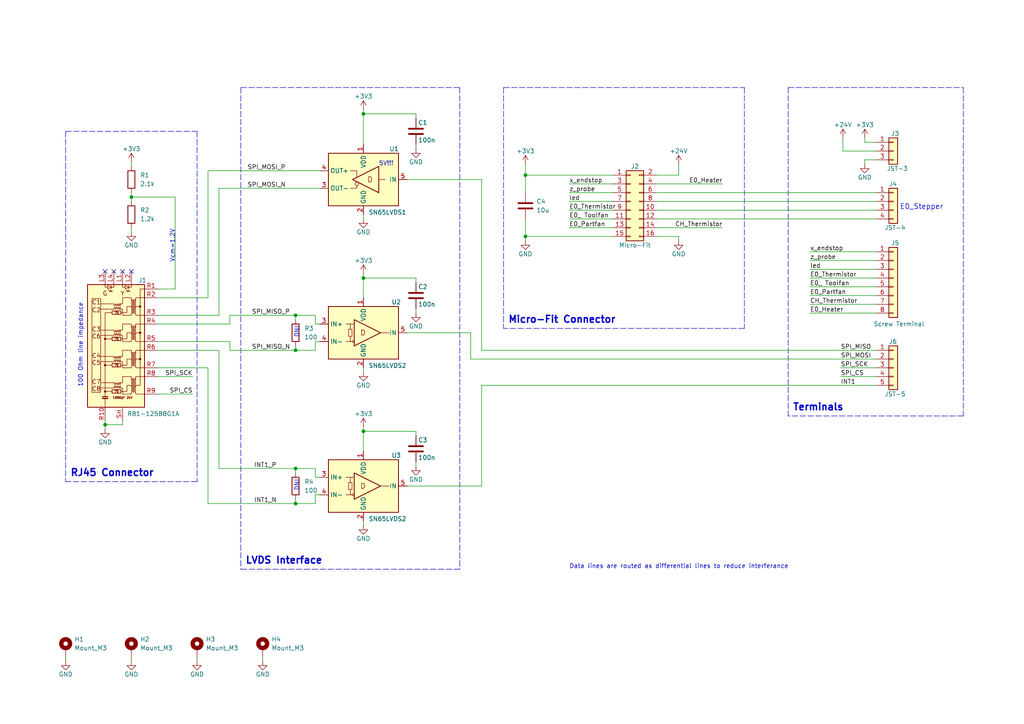
<source format=kicad_sch>
(kicad_sch (version 20211123) (generator eeschema)
  (paper "A4")
  (title_block (title "BLV Toolheat Interface Board") (date "2022-07-17") (rev "0.1") (company "https://github.com/Battosai42/CraftbotPlus_Upgrade"))
  (lib_symbols
    (symbol "Connector:RB1-125B8G1A" (pin_names hide)
      (property "Reference" "J" (at -7.62 20.32 0))
      (property "Value" "RB1-125B8G1A" (at 15.24 20.32 0))
      (symbol "RB1-125B8G1A_0_0"
        (polyline (pts (xy -0.508 -11.938) (xy -2.54 -11.938)))
        (polyline (pts (xy 0 -10.922) (xy -3.81 -10.922)))
        (polyline (pts (xy 0 -9.398) (xy -3.81 -9.398)))
        (polyline (pts (xy 0 -3.302) (xy -3.81 -3.302)))
        (polyline (pts (xy 0 -1.778) (xy -3.81 -1.778)))
        (polyline (pts (xy 0 4.318) (xy -3.81 4.318)))
        (polyline (pts (xy 0 5.842) (xy -3.81 5.842)))
        (polyline (pts (xy 0 11.938) (xy -3.81 11.938)))
        (polyline (pts (xy 0 13.462) (xy -3.81 13.462)))
        (polyline (pts (xy 6.35 5.08) (xy 7.62 5.08)))
        (polyline (pts (xy 7.62 -2.54) (xy 6.35 -2.54)))
        (polyline (pts (xy 7.62 12.7) (xy 6.35 12.7)))
        (polyline (pts (xy 2.032 -11.938) (xy 3.81 -11.938) (xy 3.81 -10.16) (xy 5.08 -10.16)))
        (polyline (pts (xy 2.032 -4.318) (xy 3.81 -4.318) (xy 3.81 -2.54) (xy 5.08 -2.54)))
        (polyline (pts (xy 2.032 3.302) (xy 3.81 3.302) (xy 3.81 5.08) (xy 5.08 5.08)))
        (polyline (pts (xy 2.032 10.922) (xy 3.81 10.922) (xy 3.81 12.7) (xy 5.08 12.7)))
        (text "1000pF 2kV" (at 2.54 -13.716 0) (effects (font (size 0.635 0.635))))
        (text "75" (at 0.762 -11.938 0) (effects (font (size 0.635 0.635))))
        (text "75" (at 0.762 -4.318 0) (effects (font (size 0.635 0.635))))
        (text "75" (at 0.762 3.302 0) (effects (font (size 0.635 0.635))))
        (text "75" (at 0.762 10.922 0) (effects (font (size 0.635 0.635))))
        (text "C1" (at -5.08 13.97 0) (effects (font (size 1.27 1.27))))
        (text "C2" (at -5.08 11.684 0) (effects (font (size 1.27 1.27))))
        (text "C3" (at -5.08 6.096 0) (effects (font (size 1.27 1.27))))
        (text "C4" (at -5.08 -1.524 0) (effects (font (size 1.27 1.27))))
        (text "C5" (at -5.08 -3.556 0) (effects (font (size 1.27 1.27))))
        (text "C6" (at -5.08 4.064 0) (effects (font (size 1.27 1.27))))
        (text "C7" (at -5.08 -9.144 0) (effects (font (size 1.27 1.27))))
        (text "C8" (at -5.08 -11.176 0) (effects (font (size 1.27 1.27))))
        (text "G" (at -2.54 16.51 0) (effects (font (size 1.27 1.27))))
        (text "Y" (at 2.54 16.51 0) (effects (font (size 1.27 1.27))))
      )
      (symbol "RB1-125B8G1A_0_1"
        (rectangle (start -3.81 -12.192) (end -6.35 14.986))
        (circle (center -2.54 -11.938) (radius 0.254) (fill (type outline)))
        (circle (center -2.54 -4.318) (radius 0.254) (fill (type outline)))
        (circle (center -2.54 3.302) (radius 0.254) (fill (type outline)))
        (rectangle (start -0.508 -12.446) (end 2.032 -11.43) (stroke (width 0.2032)))
        (rectangle (start -0.508 -4.826) (end 2.032 -3.81) (stroke (width 0.2032)))
        (rectangle (start -0.508 2.794) (end 2.032 3.81) (stroke (width 0.2032)))
        (rectangle (start -0.508 10.414) (end 2.032 11.43) (stroke (width 0.2032)))
        (arc (start 0 -9.398) (mid 0.254 -9.652) (end 0.508 -9.398))
        (arc (start 0 -1.778) (mid 0.254 -2.032) (end 0.508 -1.778))
        (polyline (pts (xy -3.302 -13.97) (xy -1.778 -13.97)) (stroke (width 0.3302)))
        (polyline (pts (xy -3.302 -13.462) (xy -1.778 -13.462)) (stroke (width 0.3048)))
        (polyline (pts (xy -2.54 -16.51) (xy -2.54 -13.97)))
        (polyline (pts (xy -2.54 3.302) (xy -0.508 3.302)))
        (polyline (pts (xy -1.016 17.018) (xy -1.524 17.526)))
        (polyline (pts (xy -0.762 18.796) (xy -0.762 17.78)))
        (polyline (pts (xy -0.508 -4.318) (xy -2.54 -4.318)))
        (polyline (pts (xy -0.508 17.018) (xy -1.016 17.526)))
        (polyline (pts (xy 0 -10.414) (xy 2.032 -10.414)))
        (polyline (pts (xy 0 -2.794) (xy 2.032 -2.794)))
        (polyline (pts (xy 0 4.826) (xy 2.032 4.826)))
        (polyline (pts (xy 0 12.446) (xy 2.032 12.446)))
        (polyline (pts (xy 2.032 -9.906) (xy 0 -9.906)))
        (polyline (pts (xy 2.032 -2.286) (xy 0 -2.286)))
        (polyline (pts (xy 2.032 5.334) (xy 0 5.334)))
        (polyline (pts (xy 2.032 12.954) (xy 0 12.954)))
        (polyline (pts (xy 4.064 17.018) (xy 3.556 17.526)))
        (polyline (pts (xy 4.318 18.796) (xy 4.318 17.78)))
        (polyline (pts (xy 4.572 17.018) (xy 4.064 17.526)))
        (polyline (pts (xy 5.588 -8.128) (xy 5.588 -12.192)))
        (polyline (pts (xy 5.588 -0.508) (xy 5.588 -4.572)))
        (polyline (pts (xy 5.588 7.112) (xy 5.588 3.048)))
        (polyline (pts (xy 5.588 14.732) (xy 5.588 10.668)))
        (polyline (pts (xy 5.842 -12.192) (xy 5.842 -8.128)))
        (polyline (pts (xy 5.842 -4.572) (xy 5.842 -0.508)))
        (polyline (pts (xy 5.842 3.048) (xy 5.842 7.112)))
        (polyline (pts (xy 5.842 10.668) (xy 5.842 14.732)))
        (polyline (pts (xy -2.54 -13.462) (xy -2.54 10.922) (xy -0.508 10.922)))
        (polyline (pts (xy -2.54 19.05) (xy -2.54 18.288) (xy -1.778 18.288)))
        (polyline (pts (xy -1.016 17.272) (xy -1.016 17.018) (xy -1.27 17.018)))
        (polyline (pts (xy -0.508 17.272) (xy -0.508 17.018) (xy -0.762 17.018)))
        (polyline (pts (xy 0 19.05) (xy 0 18.288) (xy -0.762 18.288)))
        (polyline (pts (xy 2.54 19.05) (xy 2.54 18.288) (xy 3.302 18.288)))
        (polyline (pts (xy 4.064 17.272) (xy 4.064 17.018) (xy 3.81 17.018)))
        (polyline (pts (xy 4.572 17.272) (xy 4.572 17.018) (xy 4.318 17.018)))
        (polyline (pts (xy 5.08 19.05) (xy 5.08 18.288) (xy 4.318 18.288)))
        (polyline (pts (xy 6.35 -12.192) (xy 6.35 -12.7) (xy 8.89 -12.7)))
        (polyline (pts (xy 6.35 -8.128) (xy 6.35 -7.62) (xy 8.89 -7.62)))
        (polyline (pts (xy 6.35 -4.572) (xy 6.35 -5.08) (xy 8.89 -5.08)))
        (polyline (pts (xy 6.35 -0.508) (xy 6.35 0) (xy 8.89 0)))
        (polyline (pts (xy 6.35 3.048) (xy 6.35 2.54) (xy 8.89 2.54)))
        (polyline (pts (xy 6.35 7.112) (xy 6.35 7.62) (xy 8.89 7.62)))
        (polyline (pts (xy 6.35 10.668) (xy 6.35 10.16) (xy 8.89 10.16)))
        (polyline (pts (xy 6.35 14.732) (xy 6.35 15.24) (xy 8.89 15.24)))
        (polyline (pts (xy -0.762 18.288) (xy -1.778 18.796) (xy -1.778 17.78) (xy -0.762 18.288)))
        (polyline (pts (xy 4.318 18.288) (xy 3.302 18.796) (xy 3.302 17.78) (xy 4.318 18.288)))
        (polyline (pts (xy 8.89 17.78) (xy 7.62 17.78) (xy 7.62 -10.16) (xy 6.35 -10.16)))
        (polyline (pts (xy 2.032 -9.398) (xy 2.54 -9.398) (xy 2.54 -7.62) (xy 5.08 -7.62) (xy 5.08 -8.128)))
        (polyline (pts (xy 2.032 -1.778) (xy 2.54 -1.778) (xy 2.54 0) (xy 5.08 0) (xy 5.08 -0.508)))
        (polyline (pts (xy 2.032 5.842) (xy 2.54 5.842) (xy 2.54 7.62) (xy 5.08 7.62) (xy 5.08 7.112)))
        (polyline (pts (xy 2.032 13.462) (xy 2.54 13.462) (xy 2.54 15.24) (xy 5.08 15.24) (xy 5.08 14.732)))
        (polyline (pts (xy 5.08 -12.192) (xy 5.08 -12.7) (xy 2.54 -12.7) (xy 2.54 -10.922) (xy 2.032 -10.922)))
        (polyline (pts (xy 5.08 -4.572) (xy 5.08 -5.08) (xy 2.54 -5.08) (xy 2.54 -3.302) (xy 2.032 -3.302)))
        (polyline (pts (xy 5.08 3.048) (xy 5.08 2.54) (xy 2.54 2.54) (xy 2.54 4.318) (xy 2.032 4.318)))
        (polyline (pts (xy 5.08 10.668) (xy 5.08 10.16) (xy 2.54 10.16) (xy 2.54 11.938) (xy 2.032 11.938)))
        (arc (start 0 5.842) (mid 0.254 5.588) (end 0.508 5.842))
        (arc (start 0 13.462) (mid 0.254 13.208) (end 0.508 13.462))
        (arc (start 0.508 -10.922) (mid 0.254 -10.668) (end 0 -10.922))
        (arc (start 0.508 -9.398) (mid 0.762 -9.652) (end 1.016 -9.398))
        (arc (start 0.508 -3.302) (mid 0.254 -3.048) (end 0 -3.302))
        (arc (start 0.508 -1.778) (mid 0.762 -2.032) (end 1.016 -1.778))
        (arc (start 0.508 4.318) (mid 0.254 4.572) (end 0 4.318))
        (arc (start 0.508 5.842) (mid 0.762 5.588) (end 1.016 5.842))
        (arc (start 0.508 11.938) (mid 0.254 12.192) (end 0 11.938))
        (arc (start 0.508 13.462) (mid 0.762 13.208) (end 1.016 13.462))
        (arc (start 1.016 -10.922) (mid 0.762 -10.668) (end 0.508 -10.922))
        (arc (start 1.016 -9.398) (mid 1.27 -9.652) (end 1.524 -9.398))
        (arc (start 1.016 -3.302) (mid 0.762 -3.048) (end 0.508 -3.302))
        (arc (start 1.016 -1.778) (mid 1.27 -2.032) (end 1.524 -1.778))
        (arc (start 1.016 4.318) (mid 0.762 4.572) (end 0.508 4.318))
        (arc (start 1.016 5.842) (mid 1.27 5.588) (end 1.524 5.842))
        (arc (start 1.016 11.938) (mid 0.762 12.192) (end 0.508 11.938))
        (arc (start 1.016 13.462) (mid 1.27 13.208) (end 1.524 13.462))
        (arc (start 1.524 -10.922) (mid 1.27 -10.668) (end 1.016 -10.922))
        (arc (start 1.524 -9.398) (mid 1.778 -9.652) (end 2.032 -9.398))
        (arc (start 1.524 -3.302) (mid 1.27 -3.048) (end 1.016 -3.302))
        (arc (start 1.524 -1.778) (mid 1.778 -2.032) (end 2.032 -1.778))
        (arc (start 1.524 4.318) (mid 1.27 4.572) (end 1.016 4.318))
        (arc (start 1.524 5.842) (mid 1.778 5.588) (end 2.032 5.842))
        (arc (start 1.524 11.938) (mid 1.27 12.192) (end 1.016 11.938))
        (arc (start 1.524 13.462) (mid 1.778 13.208) (end 2.032 13.462))
        (circle (center 1.778 -10.9474) (radius 0.0762) (stroke (width 0.0254)) (fill (type outline)))
        (circle (center 1.778 -9.3726) (radius 0.0762) (stroke (width 0.0254)) (fill (type outline)))
        (circle (center 1.778 -3.3274) (radius 0.0762) (stroke (width 0.0254)) (fill (type outline)))
        (circle (center 1.778 -1.7526) (radius 0.0762) (stroke (width 0.0254)) (fill (type outline)))
        (circle (center 1.778 4.2926) (radius 0.0762) (stroke (width 0.0254)) (fill (type outline)))
        (circle (center 1.778 5.8674) (radius 0.0762) (stroke (width 0.0254)) (fill (type outline)))
        (circle (center 1.778 11.9126) (radius 0.0762) (stroke (width 0.0254)) (fill (type outline)))
        (circle (center 1.778 13.4874) (radius 0.0762) (stroke (width 0.0254)) (fill (type outline)))
        (arc (start 2.032 -10.922) (mid 1.778 -10.668) (end 1.524 -10.922))
        (arc (start 2.032 -3.302) (mid 1.778 -3.048) (end 1.524 -3.302))
        (arc (start 2.032 4.318) (mid 1.778 4.572) (end 1.524 4.318))
        (arc (start 2.032 11.938) (mid 1.778 12.192) (end 1.524 11.938))
        (circle (center 5.0546 -10.414) (radius 0.0762) (stroke (width 0.0254)) (fill (type outline)))
        (circle (center 5.0546 -8.382) (radius 0.0762) (stroke (width 0.0254)) (fill (type outline)))
        (circle (center 5.0546 -2.794) (radius 0.0762) (stroke (width 0.0254)) (fill (type outline)))
        (circle (center 5.0546 -0.762) (radius 0.0762) (stroke (width 0.0254)) (fill (type outline)))
        (circle (center 5.0546 4.826) (radius 0.0762) (stroke (width 0.0254)) (fill (type outline)))
        (circle (center 5.0546 6.858) (radius 0.0762) (stroke (width 0.0254)) (fill (type outline)))
        (circle (center 5.0546 12.446) (radius 0.0762) (stroke (width 0.0254)) (fill (type outline)))
        (circle (center 5.0546 14.478) (radius 0.0762) (stroke (width 0.0254)) (fill (type outline)))
        (arc (start 5.08 -12.192) (mid 5.334 -11.938) (end 5.08 -11.684))
        (arc (start 5.08 -11.684) (mid 5.334 -11.43) (end 5.08 -11.176))
        (arc (start 5.08 -11.176) (mid 5.334 -10.922) (end 5.08 -10.668))
        (arc (start 5.08 -10.668) (mid 5.334 -10.414) (end 5.08 -10.16))
        (arc (start 5.08 -10.16) (mid 5.334 -9.906) (end 5.08 -9.652))
        (arc (start 5.08 -9.652) (mid 5.334 -9.398) (end 5.08 -9.144))
        (arc (start 5.08 -9.144) (mid 5.334 -8.89) (end 5.08 -8.636))
        (arc (start 5.08 -8.636) (mid 5.334 -8.382) (end 5.08 -8.128))
        (arc (start 5.08 -4.572) (mid 5.334 -4.318) (end 5.08 -4.064))
        (arc (start 5.08 -4.064) (mid 5.334 -3.81) (end 5.08 -3.556))
        (arc (start 5.08 -3.556) (mid 5.334 -3.302) (end 5.08 -3.048))
        (arc (start 5.08 -3.048) (mid 5.334 -2.794) (end 5.08 -2.54))
        (arc (start 5.08 -2.54) (mid 5.334 -2.286) (end 5.08 -2.032))
        (arc (start 5.08 -2.032) (mid 5.334 -1.778) (end 5.08 -1.524))
        (arc (start 5.08 -1.524) (mid 5.334 -1.27) (end 5.08 -1.016))
        (arc (start 5.08 -1.016) (mid 5.334 -0.762) (end 5.08 -0.508))
        (arc (start 5.08 3.048) (mid 5.334 3.302) (end 5.08 3.556))
        (arc (start 5.08 3.556) (mid 5.334 3.81) (end 5.08 4.064))
        (arc (start 5.08 4.064) (mid 5.334 4.318) (end 5.08 4.572))
        (arc (start 5.08 4.572) (mid 5.334 4.826) (end 5.08 5.08))
        (arc (start 5.08 5.08) (mid 5.334 5.334) (end 5.08 5.588))
        (arc (start 5.08 5.588) (mid 5.334 5.842) (end 5.08 6.096))
        (arc (start 5.08 6.096) (mid 5.334 6.35) (end 5.08 6.604))
        (arc (start 5.08 6.604) (mid 5.334 6.858) (end 5.08 7.112))
        (arc (start 5.08 10.668) (mid 5.334 10.922) (end 5.08 11.176))
        (arc (start 5.08 11.176) (mid 5.334 11.43) (end 5.08 11.684))
        (arc (start 5.08 11.684) (mid 5.334 11.938) (end 5.08 12.192))
        (arc (start 5.08 12.192) (mid 5.334 12.446) (end 5.08 12.7))
        (arc (start 5.08 12.7) (mid 5.334 12.954) (end 5.08 13.208))
        (arc (start 5.08 13.208) (mid 5.334 13.462) (end 5.08 13.716))
        (arc (start 5.08 13.716) (mid 5.334 13.97) (end 5.08 14.224))
        (arc (start 5.08 14.224) (mid 5.334 14.478) (end 5.08 14.732))
        (arc (start 6.35 -11.684) (mid 6.096 -11.938) (end 6.35 -12.192))
        (arc (start 6.35 -11.176) (mid 6.096 -11.43) (end 6.35 -11.684))
        (arc (start 6.35 -10.668) (mid 6.096 -10.922) (end 6.35 -11.176))
        (arc (start 6.35 -10.16) (mid 6.096 -10.414) (end 6.35 -10.668))
        (arc (start 6.35 -9.652) (mid 6.096 -9.906) (end 6.35 -10.16))
        (arc (start 6.35 -9.144) (mid 6.096 -9.398) (end 6.35 -9.652))
        (arc (start 6.35 -8.636) (mid 6.096 -8.89) (end 6.35 -9.144))
        (arc (start 6.35 -8.128) (mid 6.096 -8.382) (end 6.35 -8.636))
        (arc (start 6.35 -4.064) (mid 6.096 -4.318) (end 6.35 -4.572))
        (arc (start 6.35 -3.556) (mid 6.096 -3.81) (end 6.35 -4.064))
        (arc (start 6.35 -3.048) (mid 6.096 -3.302) (end 6.35 -3.556))
        (arc (start 6.35 -2.54) (mid 6.096 -2.794) (end 6.35 -3.048))
        (arc (start 6.35 -2.032) (mid 6.096 -2.286) (end 6.35 -2.54))
        (arc (start 6.35 -1.524) (mid 6.096 -1.778) (end 6.35 -2.032))
        (arc (start 6.35 -1.016) (mid 6.096 -1.27) (end 6.35 -1.524))
        (arc (start 6.35 -0.508) (mid 6.096 -0.762) (end 6.35 -1.016))
        (arc (start 6.35 3.556) (mid 6.096 3.302) (end 6.35 3.048))
        (arc (start 6.35 4.064) (mid 6.096 3.81) (end 6.35 3.556))
        (arc (start 6.35 4.572) (mid 6.096 4.318) (end 6.35 4.064))
        (arc (start 6.35 5.08) (mid 6.096 4.826) (end 6.35 4.572))
        (arc (start 6.35 5.588) (mid 6.096 5.334) (end 6.35 5.08))
        (arc (start 6.35 6.096) (mid 6.096 5.842) (end 6.35 5.588))
        (arc (start 6.35 6.604) (mid 6.096 6.35) (end 6.35 6.096))
        (arc (start 6.35 7.112) (mid 6.096 6.858) (end 6.35 6.604))
        (arc (start 6.35 11.176) (mid 6.096 10.922) (end 6.35 10.668))
        (arc (start 6.35 11.684) (mid 6.096 11.43) (end 6.35 11.176))
        (arc (start 6.35 12.192) (mid 6.096 11.938) (end 6.35 11.684))
        (arc (start 6.35 12.7) (mid 6.096 12.446) (end 6.35 12.192))
        (arc (start 6.35 13.208) (mid 6.096 12.954) (end 6.35 12.7))
        (arc (start 6.35 13.716) (mid 6.096 13.462) (end 6.35 13.208))
        (arc (start 6.35 14.224) (mid 6.096 13.97) (end 6.35 13.716))
        (arc (start 6.35 14.732) (mid 6.096 14.478) (end 6.35 14.224))
        (circle (center 6.3754 -10.414) (radius 0.0762) (stroke (width 0.0254)) (fill (type outline)))
        (circle (center 6.3754 -8.382) (radius 0.0762) (stroke (width 0.0254)) (fill (type outline)))
        (circle (center 6.3754 -2.794) (radius 0.0762) (stroke (width 0.0254)) (fill (type outline)))
        (circle (center 6.3754 -0.762) (radius 0.0762) (stroke (width 0.0254)) (fill (type outline)))
        (circle (center 6.3754 4.826) (radius 0.0762) (stroke (width 0.0254)) (fill (type outline)))
        (circle (center 6.3754 6.858) (radius 0.0762) (stroke (width 0.0254)) (fill (type outline)))
        (circle (center 6.3754 12.446) (radius 0.0762) (stroke (width 0.0254)) (fill (type outline)))
        (circle (center 6.3754 14.478) (radius 0.0762) (stroke (width 0.0254)) (fill (type outline)))
        (circle (center 7.62 -2.54) (radius 0.254) (fill (type outline)))
        (circle (center 7.62 5.08) (radius 0.254) (fill (type outline)))
        (circle (center 7.62 12.7) (radius 0.254) (fill (type outline)))
        (rectangle (start 8.89 19.05) (end -7.62 -16.51) (stroke (width 0.254)) (fill (type background)))
        (pin power_in line (at -2.54 -20.32 90) (length 3.81) (name "GND") (number "R10"))
      )
      (symbol "RB1-125B8G1A_1_1"
        (pin passive line (at 2.54 22.86 270) (length 3.81) (name "~") (number "L1"))
        (pin passive line (at 5.08 22.86 270) (length 3.81) (name "~") (number "L2"))
        (pin passive line (at -2.54 22.86 270) (length 3.81) (name "~") (number "L3"))
        (pin passive line (at 0 22.86 270) (length 3.81) (name "~") (number "L4"))
        (pin passive line (at 12.7 17.78 180) (length 3.81) (name "CT") (number "R1"))
        (pin passive line (at 12.7 15.24 180) (length 3.81) (name "TD1+") (number "R2"))
        (pin passive line (at 12.7 10.16 180) (length 3.81) (name "TD1-") (number "R3"))
        (pin passive line (at 12.7 7.62 180) (length 3.81) (name "TD2+") (number "R4"))
        (pin passive line (at 12.7 2.54 180) (length 3.81) (name "TD2-") (number "R5"))
        (pin passive line (at 12.7 0 180) (length 3.81) (name "TD3+") (number "R6"))
        (pin passive line (at 12.7 -5.08 180) (length 3.81) (name "TD3-") (number "R7"))
        (pin passive line (at 12.7 -7.62 180) (length 3.81) (name "TD4+") (number "R8"))
        (pin passive line (at 12.7 -12.7 180) (length 3.81) (name "TD4-") (number "R9"))
        (pin passive line (at 2.54 -20.32 90) (length 3.81) (name "SH") (number "SH"))
      )
    )
    (symbol "Connector_Generic:Conn_01x03" (pin_names (offset 1.016) hide)
      (property "Reference" "J" (at 0 5.08 0))
      (property "Value" "Conn_01x03" (at 0 -5.08 0))
      (symbol "Conn_01x03_1_1"
        (rectangle (start -1.27 -2.413) (end 0 -2.667) (stroke (width 0.1524)))
        (rectangle (start -1.27 0.127) (end 0 -0.127) (stroke (width 0.1524)))
        (rectangle (start -1.27 2.667) (end 0 2.413) (stroke (width 0.1524)))
        (rectangle (start -1.27 3.81) (end 1.27 -3.81) (stroke (width 0.254)) (fill (type background)))
        (pin passive line (at -5.08 2.54 0) (length 3.81) (name "Pin_1") (number "1"))
        (pin passive line (at -5.08 0 0) (length 3.81) (name "Pin_2") (number "2"))
        (pin passive line (at -5.08 -2.54 0) (length 3.81) (name "Pin_3") (number "3"))
      )
    )
    (symbol "Connector_Generic:Conn_01x04" (pin_names (offset 1.016) hide)
      (property "Reference" "J" (at 0 5.08 0))
      (property "Value" "Conn_01x04" (at 0 -7.62 0))
      (symbol "Conn_01x04_1_1"
        (rectangle (start -1.27 -4.953) (end 0 -5.207) (stroke (width 0.1524)))
        (rectangle (start -1.27 -2.413) (end 0 -2.667) (stroke (width 0.1524)))
        (rectangle (start -1.27 0.127) (end 0 -0.127) (stroke (width 0.1524)))
        (rectangle (start -1.27 2.667) (end 0 2.413) (stroke (width 0.1524)))
        (rectangle (start -1.27 3.81) (end 1.27 -6.35) (stroke (width 0.254)) (fill (type background)))
        (pin passive line (at -5.08 2.54 0) (length 3.81) (name "Pin_1") (number "1"))
        (pin passive line (at -5.08 0 0) (length 3.81) (name "Pin_2") (number "2"))
        (pin passive line (at -5.08 -2.54 0) (length 3.81) (name "Pin_3") (number "3"))
        (pin passive line (at -5.08 -5.08 0) (length 3.81) (name "Pin_4") (number "4"))
      )
    )
    (symbol "Connector_Generic:Conn_01x05" (pin_names (offset 1.016) hide)
      (property "Reference" "J" (at 0 7.62 0))
      (property "Value" "Conn_01x05" (at 0 -7.62 0))
      (symbol "Conn_01x05_1_1"
        (rectangle (start -1.27 -4.953) (end 0 -5.207) (stroke (width 0.1524)))
        (rectangle (start -1.27 -2.413) (end 0 -2.667) (stroke (width 0.1524)))
        (rectangle (start -1.27 0.127) (end 0 -0.127) (stroke (width 0.1524)))
        (rectangle (start -1.27 2.667) (end 0 2.413) (stroke (width 0.1524)))
        (rectangle (start -1.27 5.207) (end 0 4.953) (stroke (width 0.1524)))
        (rectangle (start -1.27 6.35) (end 1.27 -6.35) (stroke (width 0.254)) (fill (type background)))
        (pin passive line (at -5.08 5.08 0) (length 3.81) (name "Pin_1") (number "1"))
        (pin passive line (at -5.08 2.54 0) (length 3.81) (name "Pin_2") (number "2"))
        (pin passive line (at -5.08 0 0) (length 3.81) (name "Pin_3") (number "3"))
        (pin passive line (at -5.08 -2.54 0) (length 3.81) (name "Pin_4") (number "4"))
        (pin passive line (at -5.08 -5.08 0) (length 3.81) (name "Pin_5") (number "5"))
      )
    )
    (symbol "Connector_Generic:Conn_01x08" (pin_names (offset 1.016) hide)
      (property "Reference" "J" (at 0 10.16 0))
      (property "Value" "Conn_01x08" (at 0 -12.7 0))
      (symbol "Conn_01x08_1_1"
        (rectangle (start -1.27 -10.033) (end 0 -10.287) (stroke (width 0.1524)))
        (rectangle (start -1.27 -7.493) (end 0 -7.747) (stroke (width 0.1524)))
        (rectangle (start -1.27 -4.953) (end 0 -5.207) (stroke (width 0.1524)))
        (rectangle (start -1.27 -2.413) (end 0 -2.667) (stroke (width 0.1524)))
        (rectangle (start -1.27 0.127) (end 0 -0.127) (stroke (width 0.1524)))
        (rectangle (start -1.27 2.667) (end 0 2.413) (stroke (width 0.1524)))
        (rectangle (start -1.27 5.207) (end 0 4.953) (stroke (width 0.1524)))
        (rectangle (start -1.27 7.747) (end 0 7.493) (stroke (width 0.1524)))
        (rectangle (start -1.27 8.89) (end 1.27 -11.43) (stroke (width 0.254)) (fill (type background)))
        (pin passive line (at -5.08 7.62 0) (length 3.81) (name "Pin_1") (number "1"))
        (pin passive line (at -5.08 5.08 0) (length 3.81) (name "Pin_2") (number "2"))
        (pin passive line (at -5.08 2.54 0) (length 3.81) (name "Pin_3") (number "3"))
        (pin passive line (at -5.08 0 0) (length 3.81) (name "Pin_4") (number "4"))
        (pin passive line (at -5.08 -2.54 0) (length 3.81) (name "Pin_5") (number "5"))
        (pin passive line (at -5.08 -5.08 0) (length 3.81) (name "Pin_6") (number "6"))
        (pin passive line (at -5.08 -7.62 0) (length 3.81) (name "Pin_7") (number "7"))
        (pin passive line (at -5.08 -10.16 0) (length 3.81) (name "Pin_8") (number "8"))
      )
    )
    (symbol "Connector_Generic:Conn_02x08_Odd_Even" (pin_names (offset 1.016) hide)
      (property "Reference" "J" (at 1.27 10.16 0))
      (property "Value" "Conn_02x08_Odd_Even" (at 1.27 -12.7 0))
      (symbol "Conn_02x08_Odd_Even_1_1"
        (rectangle (start -1.27 -10.033) (end 0 -10.287) (stroke (width 0.1524)))
        (rectangle (start -1.27 -7.493) (end 0 -7.747) (stroke (width 0.1524)))
        (rectangle (start -1.27 -4.953) (end 0 -5.207) (stroke (width 0.1524)))
        (rectangle (start -1.27 -2.413) (end 0 -2.667) (stroke (width 0.1524)))
        (rectangle (start -1.27 0.127) (end 0 -0.127) (stroke (width 0.1524)))
        (rectangle (start -1.27 2.667) (end 0 2.413) (stroke (width 0.1524)))
        (rectangle (start -1.27 5.207) (end 0 4.953) (stroke (width 0.1524)))
        (rectangle (start -1.27 7.747) (end 0 7.493) (stroke (width 0.1524)))
        (rectangle (start -1.27 8.89) (end 3.81 -11.43) (stroke (width 0.254)) (fill (type background)))
        (rectangle (start 3.81 -10.033) (end 2.54 -10.287) (stroke (width 0.1524)))
        (rectangle (start 3.81 -7.493) (end 2.54 -7.747) (stroke (width 0.1524)))
        (rectangle (start 3.81 -4.953) (end 2.54 -5.207) (stroke (width 0.1524)))
        (rectangle (start 3.81 -2.413) (end 2.54 -2.667) (stroke (width 0.1524)))
        (rectangle (start 3.81 0.127) (end 2.54 -0.127) (stroke (width 0.1524)))
        (rectangle (start 3.81 2.667) (end 2.54 2.413) (stroke (width 0.1524)))
        (rectangle (start 3.81 5.207) (end 2.54 4.953) (stroke (width 0.1524)))
        (rectangle (start 3.81 7.747) (end 2.54 7.493) (stroke (width 0.1524)))
        (pin passive line (at -5.08 7.62 0) (length 3.81) (name "Pin_1") (number "1"))
        (pin passive line (at 7.62 -2.54 180) (length 3.81) (name "Pin_10") (number "10"))
        (pin passive line (at -5.08 -5.08 0) (length 3.81) (name "Pin_11") (number "11"))
        (pin passive line (at 7.62 -5.08 180) (length 3.81) (name "Pin_12") (number "12"))
        (pin passive line (at -5.08 -7.62 0) (length 3.81) (name "Pin_13") (number "13"))
        (pin passive line (at 7.62 -7.62 180) (length 3.81) (name "Pin_14") (number "14"))
        (pin passive line (at -5.08 -10.16 0) (length 3.81) (name "Pin_15") (number "15"))
        (pin passive line (at 7.62 -10.16 180) (length 3.81) (name "Pin_16") (number "16"))
        (pin passive line (at 7.62 7.62 180) (length 3.81) (name "Pin_2") (number "2"))
        (pin passive line (at -5.08 5.08 0) (length 3.81) (name "Pin_3") (number "3"))
        (pin passive line (at 7.62 5.08 180) (length 3.81) (name "Pin_4") (number "4"))
        (pin passive line (at -5.08 2.54 0) (length 3.81) (name "Pin_5") (number "5"))
        (pin passive line (at 7.62 2.54 180) (length 3.81) (name "Pin_6") (number "6"))
        (pin passive line (at -5.08 0 0) (length 3.81) (name "Pin_7") (number "7"))
        (pin passive line (at 7.62 0 180) (length 3.81) (name "Pin_8") (number "8"))
        (pin passive line (at -5.08 -2.54 0) (length 3.81) (name "Pin_9") (number "9"))
      )
    )
    (symbol "Device:C" (pin_numbers hide) (pin_names (offset 0.254))
      (property "Reference" "C" (at 0.635 2.54 0))
      (property "Value" "C" (at 0.635 -2.54 0))
      (symbol "C_0_1"
        (polyline (pts (xy -2.032 -0.762) (xy 2.032 -0.762)) (stroke (width 0.508)))
        (polyline (pts (xy -2.032 0.762) (xy 2.032 0.762)) (stroke (width 0.508)))
      )
      (symbol "C_1_1"
        (pin passive line (at 0 3.81 270) (length 2.794) (name "~") (number "1"))
        (pin passive line (at 0 -3.81 90) (length 2.794) (name "~") (number "2"))
      )
    )
    (symbol "Device:R" (pin_numbers hide) (pin_names (offset 0))
      (property "Reference" "R" (at 2.032 0 90))
      (property "Value" "R" (at 0 0 90))
      (symbol "R_0_1"
        (rectangle (start -1.016 -2.54) (end 1.016 2.54) (stroke (width 0.254)))
      )
      (symbol "R_1_1"
        (pin passive line (at 0 3.81 270) (length 1.27) (name "~") (number "1"))
        (pin passive line (at 0 -3.81 90) (length 1.27) (name "~") (number "2"))
      )
    )
    (symbol "Mechanical:MountingHole_Pad" (pin_numbers hide) (pin_names (offset 1.016) hide)
      (property "Reference" "H" (at 0 6.35 0))
      (property "Value" "MountingHole_Pad" (at 0 4.445 0))
      (symbol "MountingHole_Pad_0_1"
        (circle (center 0 1.27) (radius 1.27) (stroke (width 1.27)))
      )
      (symbol "MountingHole_Pad_1_1"
        (pin input line (at 0 -2.54 90) (length 2.54) (name "1") (number "1"))
      )
    )
    (symbol "power:+24V" (power) (pin_names (offset 0))
      (property "Value" "+24V" (at 0 3.556 0))
      (symbol "+24V_0_1"
        (polyline (pts (xy -0.762 1.27) (xy 0 2.54)))
        (polyline (pts (xy 0 0) (xy 0 2.54)))
        (polyline (pts (xy 0 2.54) (xy 0.762 1.27)))
      )
      (symbol "+24V_1_1"
        (pin power_in line (at 0 0 90) (length 0) hide (name "+24V") (number "1"))
      )
    )
    (symbol "power:+3.3V" (power) (pin_names (offset 0))
      (property "Value" "+3.3V" (at 0 3.556 0))
      (symbol "+3.3V_0_1"
        (polyline (pts (xy -0.762 1.27) (xy 0 2.54)))
        (polyline (pts (xy 0 0) (xy 0 2.54)))
        (polyline (pts (xy 0 2.54) (xy 0.762 1.27)))
      )
      (symbol "+3.3V_1_1"
        (pin power_in line (at 0 0 90) (length 0) hide (name "+3V3") (number "1"))
      )
    )
    (symbol "power:GND" (power) (pin_names (offset 0))
      (property "Value" "GND" (at 0 -3.81 0))
      (symbol "GND_0_1"
        (polyline (pts (xy 0 0) (xy 0 -1.27) (xy 1.27 -1.27) (xy 0 -2.54) (xy -1.27 -1.27) (xy 0 -1.27)))
      )
      (symbol "GND_1_1"
        (pin power_in line (at 0 0 270) (length 0) hide (name "GND") (number "1"))
      )
    )
    (symbol "toolhead:SN65LVDS1"
      (property "Reference" "U" (at -8.89 8.89 0))
      (property "Value" "SN65LVDS1" (at 1.27 8.89 0))
      (symbol "SN65LVDS1_1_0"
        (rectangle (start -10.16 7.62) (end 10.16 -7.62) (stroke (width 0.254)) (fill (type background)))
        (polyline (pts (xy 1.905 -1.778) (xy 1.905 -2.54)))
        (polyline (pts (xy 1.905 0.635) (xy 1.905 2.54)))
        (circle (center 1.905 -1.27) (radius 0.508))
        (text "D" (at -1.905 0 0) (effects (font (size 1.524 1.524))))
      )
      (symbol "SN65LVDS1_1_1"
        (polyline (pts (xy -6.35 0) (xy -4.445 0)))
        (polyline (pts (xy 1.905 -2.54) (xy 3.81 -2.54)))
        (polyline (pts (xy 3.81 2.54) (xy 1.905 2.54)))
        (polyline (pts (xy -4.445 -3.81) (xy -4.445 3.81) (xy 3.175 0) (xy -4.445 -3.81)) (stroke (width 0.254)))
        (pin power_in line (at 0 10.16 270) (length 2.54) (name "VDD") (number "1"))
        (pin power_in line (at 0 -10.16 90) (length 2.54) (name "GND") (number "2"))
        (pin output line (at 12.7 -2.54 180) (length 2.54) (name "OUT-") (number "3"))
        (pin output line (at 12.7 2.54 180) (length 2.54) (name "OUT+") (number "4"))
        (pin input line (at -12.7 0 0) (length 2.54) (name "IN") (number "5"))
      )
    )
    (symbol "toolhead:SN65LVDS2"
      (property "Reference" "U1" (at 9.525 8.89 0))
      (property "Value" "SN65LVDS2" (at 6.985 -9.525 0))
      (symbol "SN65LVDS2_0_1"
        (rectangle (start -4.318 1.016) (end -3.302 -1.016))
        (circle (center -3.048 -2.54) (radius 0.254))
        (polyline (pts (xy -3.81 -1.016) (xy -3.81 -2.54)))
        (polyline (pts (xy -3.81 1.016) (xy -3.81 2.54)))
      )
      (symbol "SN65LVDS2_1_0"
        (rectangle (start -10.16 7.62) (end 10.16 -7.62) (stroke (width 0.254)) (fill (type background)))
        (text "D" (at -0.127 0 0) (effects (font (size 1.524 1.524))))
      )
      (symbol "SN65LVDS2_1_1"
        (polyline (pts (xy -5.08 -2.54) (xy -3.302 -2.54)))
        (polyline (pts (xy -5.08 2.54) (xy -2.794 2.54)))
        (polyline (pts (xy 4.826 0) (xy 7.493 0)))
        (polyline (pts (xy -2.667 -3.81) (xy -2.667 3.81) (xy 4.953 0) (xy -2.667 -3.81)) (stroke (width 0.254)))
        (pin power_in line (at 0 10.16 270) (length 2.54) (name "VDD") (number "1"))
        (pin power_in line (at 0 -10.16 90) (length 2.54) (name "GND") (number "2"))
        (pin input line (at -12.7 2.54 0) (length 2.54) (name "IN+") (number "3"))
        (pin input line (at -12.7 -2.54 0) (length 2.54) (name "IN-") (number "4"))
        (pin output line (at 12.7 0 180) (length 2.54) (name "IN") (number "5"))
      )
    )
  )
  (junction (at 152.4 50.8))
  (junction (at 85.725 146.05))
  (junction (at 105.41 33.02))
  (junction (at 38.1 57.15))
  (junction (at 85.725 101.6))
  (junction (at 105.41 80.645))
  (junction (at 152.4 68.58))
  (junction (at 85.725 91.44))
  (junction (at 30.48 123.19))
  (junction (at 85.725 135.89))
  (junction (at 105.41 125.095))
  (no_connect (at 33.02 78.74))
  (no_connect (at 38.1 78.74))
  (no_connect (at 35.56 78.74))
  (no_connect (at 30.48 78.74))
  (wire (pts (xy 152.4 68.58) (xy 177.8 68.58)))
  (wire (pts (xy 85.725 146.05) (xy 60.325 146.05)))
  (wire (pts (xy 38.1 191.77) (xy 38.1 190.5)))
  (wire (pts (xy 254 90.805) (xy 234.95 90.805)))
  (wire (pts (xy 85.725 100.33) (xy 85.725 101.6)))
  (wire (pts (xy 136.525 104.14) (xy 136.525 96.52)))
  (wire (pts (xy 63.5 135.89) (xy 85.725 135.89)))
  (wire (pts (xy 254 63.5) (xy 190.5 63.5)))
  (wire (pts (xy 19.05 191.77) (xy 19.05 190.5)))
  (wire (pts (xy 105.41 79.375) (xy 105.41 80.645)))
  (wire (pts (xy 45.72 101.6) (xy 63.5 101.6)))
  (wire (pts (xy 190.5 66.04) (xy 209.55 66.04)))
  (wire (pts (xy 177.8 60.96) (xy 165.1 60.96)))
  (wire (pts (xy 91.44 101.6) (xy 91.44 99.06)))
  (wire (pts (xy 38.1 55.88) (xy 38.1 57.15)))
  (wire (pts (xy 165.1 55.88) (xy 177.8 55.88)))
  (wire (pts (xy 234.95 73.025) (xy 254 73.025)))
  (wire (pts (xy 105.41 80.645) (xy 120.65 80.645)))
  (wire (pts (xy 250.825 40.005) (xy 250.825 41.275)))
  (wire (pts (xy 91.44 99.06) (xy 92.71 99.06)))
  (wire (pts (xy 139.7 111.76) (xy 254 111.76)))
  (wire (pts (xy 177.8 58.42) (xy 165.1 58.42)))
  (wire (pts (xy 91.44 138.43) (xy 91.44 135.89)))
  (wire (pts (xy 177.8 66.04) (xy 165.1 66.04)))
  (wire (pts (xy 38.1 57.15) (xy 38.1 58.42)))
  (wire (pts (xy 152.4 50.8) (xy 152.4 55.88)))
  (wire (pts (xy 105.41 80.645) (xy 105.41 86.36)))
  (polyline (pts (xy 133.35 165.1) (xy 69.85 165.1)))
  (polyline (pts (xy 69.85 25.4) (xy 69.85 165.1)))
  (wire (pts (xy 60.325 106.68) (xy 60.325 146.05)))
  (wire (pts (xy 63.5 54.61) (xy 92.71 54.61)))
  (wire (pts (xy 85.725 135.89) (xy 85.725 137.16)))
  (wire (pts (xy 60.325 49.53) (xy 92.71 49.53)))
  (wire (pts (xy 45.72 109.22) (xy 55.88 109.22)))
  (wire (pts (xy 254 58.42) (xy 190.5 58.42)))
  (polyline (pts (xy 19.05 38.1) (xy 19.05 139.7)))
  (polyline (pts (xy 19.05 38.1) (xy 57.15 38.1)))
  (wire (pts (xy 196.85 69.85) (xy 196.85 68.58)))
  (wire (pts (xy 136.525 96.52) (xy 118.11 96.52)))
  (wire (pts (xy 63.5 101.6) (xy 63.5 135.89)))
  (polyline (pts (xy 215.9 25.4) (xy 215.9 95.25)))
  (wire (pts (xy 45.72 86.36) (xy 60.325 86.36)))
  (polyline (pts (xy 57.15 139.7) (xy 19.05 139.7)))
  (wire (pts (xy 91.44 135.89) (xy 85.725 135.89)))
  (wire (pts (xy 254 55.88) (xy 190.5 55.88)))
  (wire (pts (xy 63.5 54.61) (xy 63.5 91.44)))
  (wire (pts (xy 244.475 43.815) (xy 254 43.815)))
  (wire (pts (xy 177.8 63.5) (xy 165.1 63.5)))
  (wire (pts (xy 45.72 106.68) (xy 60.325 106.68)))
  (wire (pts (xy 105.41 125.095) (xy 120.65 125.095)))
  (wire (pts (xy 50.8 57.15) (xy 38.1 57.15)))
  (wire (pts (xy 105.41 63.5) (xy 105.41 62.23)))
  (wire (pts (xy 85.725 101.6) (xy 66.675 101.6)))
  (wire (pts (xy 66.675 101.6) (xy 66.675 99.06)))
  (wire (pts (xy 105.41 125.095) (xy 105.41 130.81)))
  (wire (pts (xy 254 80.645) (xy 234.95 80.645)))
  (wire (pts (xy 91.44 138.43) (xy 92.71 138.43)))
  (wire (pts (xy 85.725 91.44) (xy 66.675 91.44)))
  (polyline (pts (xy 228.6 25.4) (xy 228.6 120.65)))
  (wire (pts (xy 196.85 47.625) (xy 196.85 50.8)))
  (polyline (pts (xy 279.4 25.4) (xy 279.4 120.65)))
  (wire (pts (xy 118.11 140.97) (xy 139.7 140.97)))
  (wire (pts (xy 120.65 80.645) (xy 120.65 81.915)))
  (wire (pts (xy 38.1 46.99) (xy 38.1 48.26)))
  (wire (pts (xy 254 104.14) (xy 136.525 104.14)))
  (wire (pts (xy 105.41 107.95) (xy 105.41 106.68)))
  (wire (pts (xy 105.41 33.02) (xy 105.41 41.91)))
  (wire (pts (xy 55.88 114.3) (xy 45.72 114.3)))
  (wire (pts (xy 30.48 121.92) (xy 30.48 123.19)))
  (wire (pts (xy 91.44 93.98) (xy 92.71 93.98)))
  (wire (pts (xy 120.65 125.095) (xy 120.65 126.365)))
  (wire (pts (xy 254 109.22) (xy 243.84 109.22)))
  (wire (pts (xy 35.56 121.92) (xy 35.56 123.19)))
  (polyline (pts (xy 146.05 25.4) (xy 215.9 25.4)))
  (wire (pts (xy 30.48 123.19) (xy 30.48 124.46)))
  (wire (pts (xy 91.44 146.05) (xy 91.44 143.51)))
  (wire (pts (xy 38.1 67.31) (xy 38.1 66.04)))
  (wire (pts (xy 152.4 69.85) (xy 152.4 68.58)))
  (wire (pts (xy 76.2 191.77) (xy 76.2 190.5)))
  (wire (pts (xy 50.8 83.82) (xy 50.8 57.15)))
  (wire (pts (xy 91.44 91.44) (xy 85.725 91.44)))
  (polyline (pts (xy 69.85 25.4) (xy 133.35 25.4)))
  (wire (pts (xy 66.675 99.06) (xy 45.72 99.06)))
  (wire (pts (xy 66.675 93.98) (xy 45.72 93.98)))
  (polyline (pts (xy 133.35 25.4) (xy 133.35 165.1)))
  (wire (pts (xy 66.675 91.44) (xy 66.675 93.98)))
  (wire (pts (xy 45.72 83.82) (xy 50.8 83.82)))
  (wire (pts (xy 254 60.96) (xy 190.5 60.96)))
  (wire (pts (xy 60.325 49.53) (xy 60.325 86.36)))
  (wire (pts (xy 190.5 53.34) (xy 209.55 53.34)))
  (wire (pts (xy 105.41 123.825) (xy 105.41 125.095)))
  (wire (pts (xy 254 85.725) (xy 234.95 85.725)))
  (wire (pts (xy 139.7 52.07) (xy 139.7 101.6)))
  (wire (pts (xy 85.725 91.44) (xy 85.725 92.71)))
  (wire (pts (xy 85.725 101.6) (xy 91.44 101.6)))
  (wire (pts (xy 250.825 41.275) (xy 254 41.275)))
  (polyline (pts (xy 57.15 38.1) (xy 57.15 139.7)))
  (wire (pts (xy 91.44 93.98) (xy 91.44 91.44)))
  (wire (pts (xy 254 78.105) (xy 234.95 78.105)))
  (wire (pts (xy 85.725 146.05) (xy 91.44 146.05)))
  (wire (pts (xy 105.41 152.4) (xy 105.41 151.13)))
  (wire (pts (xy 250.825 46.355) (xy 254 46.355)))
  (wire (pts (xy 105.41 31.75) (xy 105.41 33.02)))
  (wire (pts (xy 234.95 75.565) (xy 254 75.565)))
  (polyline (pts (xy 279.4 120.65) (xy 228.6 120.65)))
  (wire (pts (xy 152.4 50.8) (xy 177.8 50.8)))
  (wire (pts (xy 250.825 47.625) (xy 250.825 46.355)))
  (wire (pts (xy 57.15 191.77) (xy 57.15 190.5)))
  (wire (pts (xy 91.44 143.51) (xy 92.71 143.51)))
  (wire (pts (xy 120.65 90.805) (xy 120.65 89.535)))
  (wire (pts (xy 120.65 135.255) (xy 120.65 133.985)))
  (wire (pts (xy 120.65 33.02) (xy 120.65 34.29)))
  (wire (pts (xy 243.84 106.68) (xy 254 106.68)))
  (polyline (pts (xy 215.9 95.25) (xy 146.05 95.25)))
  (wire (pts (xy 254 83.185) (xy 234.95 83.185)))
  (polyline (pts (xy 146.05 25.4) (xy 146.05 95.25)))
  (wire (pts (xy 45.72 91.44) (xy 63.5 91.44)))
  (wire (pts (xy 85.725 144.78) (xy 85.725 146.05)))
  (wire (pts (xy 196.85 68.58) (xy 190.5 68.58)))
  (wire (pts (xy 254 88.265) (xy 234.95 88.265)))
  (wire (pts (xy 105.41 33.02) (xy 120.65 33.02)))
  (wire (pts (xy 254 101.6) (xy 139.7 101.6)))
  (wire (pts (xy 152.4 47.625) (xy 152.4 50.8)))
  (wire (pts (xy 118.11 52.07) (xy 139.7 52.07)))
  (wire (pts (xy 35.56 123.19) (xy 30.48 123.19)))
  (wire (pts (xy 120.65 43.18) (xy 120.65 41.91)))
  (wire (pts (xy 190.5 50.8) (xy 196.85 50.8)))
  (polyline (pts (xy 228.6 25.4) (xy 279.4 25.4)))
  (wire (pts (xy 139.7 111.76) (xy 139.7 140.97)))
  (wire (pts (xy 165.1 53.34) (xy 177.8 53.34)))
  (wire (pts (xy 244.475 40.005) (xy 244.475 43.815)))
  (wire (pts (xy 152.4 63.5) (xy 152.4 68.58)))
  (text "Vcm=1.2V" (at 50.8 76.2 90) (effects (font (size 1.27 1.27)) (justify left bottom)))
  (text "E0_Stepper" (at 260.985 60.96 0) (effects (font (size 1.5 1.5)) (justify left bottom)))
  (text "100 Ohm line impedance" (at 24.13 112.395 90) (effects (font (size 1.27 1.27)) (justify left bottom)))
  (text "Terminals" (at 229.87 119.38 0) (effects (font (size 2 2) (thickness 0.4) bold) (justify left bottom)))
  (text "DNI" (at 86.868 98.044 90) (effects (font (size 1.27 1.27)) (justify left bottom)))
  (text "5V!!!" (at 109.855 48.26 0) (effects (font (size 1.27 1.27)) (justify left bottom)))
  (text "Data lines are routed as differential lines to reduce interferance" (at 165.1 165.1 0) (effects (font (size 1.27 1.27)) (justify left bottom)))
  (text "RJ45 Connector" (at 20.32 138.43 0) (effects (font (size 2 2) (thickness 0.4) bold) (justify left bottom)))
  (text "Micro-Fit Connector" (at 147.32 93.98 0) (effects (font (size 2 2) (thickness 0.4) bold) (justify left bottom)))
  (text "DNI" (at 86.868 142.494 90) (effects (font (size 1.27 1.27)) (justify left bottom)))
  (text "LVDS Interface" (at 71.12 163.83 0) (effects (font (size 2 2) (thickness 0.4) bold) (justify left bottom)))
  (label "E0_ Toolfan" (at 234.95 83.185 0))
  (label "led" (at 165.1 58.42 0))
  (label "z_probe" (at 165.1 55.88 0))
  (label "SPI_CS" (at 55.88 114.3 180))
  (label "E0_Heater" (at 234.95 90.805 0))
  (label "SPI_MISO_P" (at 73.025 91.44 0))
  (label "z_probe" (at 234.95 75.565 0))
  (label "x_endstop" (at 165.1 53.34 0))
  (label "E0_Thermistor" (at 165.1 60.96 0))
  (label "SPI_MISO_N" (at 73.025 101.6 0))
  (label "led" (at 234.95 78.105 0))
  (label "CH_Thermistor" (at 234.95 88.265 0))
  (label "SPI_SCK" (at 243.84 106.68 0))
  (label "SPI_SCK" (at 55.88 109.22 180))
  (label "E0_ Toolfan" (at 165.1 63.5 0))
  (label "SPI_MOSI_P" (at 71.755 49.53 0))
  (label "E0_Partfan" (at 234.95 85.725 0))
  (label "INT1" (at 243.84 111.76 0))
  (label "CH_Thermistor" (at 209.55 66.04 180))
  (label "SPI_MOSI_N" (at 71.755 54.61 0))
  (label "x_endstop" (at 234.95 73.025 0))
  (label "SPI_CS" (at 243.84 109.22 0))
  (label "E0_Thermistor" (at 234.95 80.645 0))
  (label "SPI_MOSI" (at 243.84 104.14 0))
  (label "E0_Partfan" (at 165.1 66.04 0))
  (label "SPI_MISO" (at 243.84 101.6 0))
  (label "INT1_N" (at 73.66 146.05 0))
  (label "INT1_P" (at 73.66 135.89 0))
  (label "E0_Heater" (at 209.55 53.34 180))
  (symbol (lib_id "Device:C") (at 120.65 85.725 0) (unit 1)
    (property "Reference" "C2" (at 121.285 83.185 0) (effects (justify left)))
    (property "Value" "100n" (at 121.285 88.265 0) (effects (justify left)))
  )
  (symbol (lib_id "power:GND") (at 120.65 135.255 0) (unit 1)
    (property "Reference" "#PWR016" (effects hide))
    (property "Value" "GND" (at 120.65 139.065 0))
  )
  (symbol (lib_id "power:+24V") (at 244.475 40.005 0) (unit 1)
    (property "Reference" "#PWR022" (effects hide))
    (property "Value" "+24V" (at 244.475 36.195 0))
  )
  (symbol (lib_id "power:+3.3V") (at 250.825 40.005 0) (unit 1)
    (property "Reference" "#PWR023" (effects hide))
    (property "Value" "+3.3V" (at 250.825 36.195 0))
  )
  (symbol (lib_id "power:GND") (at 196.85 69.85 0) (unit 1)
    (property "Reference" "#PWR020" (effects hide))
    (property "Value" "GND" (at 196.85 73.66 0))
  )
  (symbol (lib_id "power:GND") (at 38.1 67.31 0) (unit 1)
    (property "Reference" "#PWR04" (effects hide))
    (property "Value" "GND" (at 38.1 71.12 0))
  )
  (symbol (lib_id "Device:C") (at 120.65 38.1 0) (unit 1)
    (property "Reference" "C1" (at 121.285 35.56 0) (effects (justify left)))
    (property "Value" "100n" (at 121.285 40.64 0) (effects (justify left)))
  )
  (symbol (lib_id "Device:C") (at 152.4 59.69 0) (unit 1)
    (property "Reference" "C4" (at 155.575 58.4199 0) (effects (justify left)))
    (property "Value" "10u" (at 155.575 60.9599 0) (effects (justify left)))
  )
  (symbol (lib_id "power:+24V") (at 196.85 47.625 0) (unit 1)
    (property "Reference" "#PWR019" (effects hide))
    (property "Value" "+24V" (at 196.85 43.815 0))
  )
  (symbol (lib_id "Device:R") (at 85.725 96.52 0) (unit 1)
    (property "Reference" "R3" (at 88.265 95.2499 0) (effects (justify left)))
    (property "Value" "100" (at 88.265 97.7899 0) (effects (justify left)))
  )
  (symbol (lib_id "toolhead:SN65LVDS2") (at 105.41 140.97 0) (unit 1)
    (property "Reference" "U3" (at 114.935 132.08 0))
    (property "Value" "SN65LVDS2" (at 112.395 150.495 0))
    (property "Footprint" "Package_TO_SOT_SMD:SOT-23-5" (effects hide))
    (property "Datasheet" "https://www.ti.com/lit/ds/symlink/sn65lvds1.pdf" (effects hide))
  )
  (symbol (lib_id "Mechanical:MountingHole_Pad") (at 76.2 187.96 0) (unit 1)
    (property "Reference" "H4" (at 78.74 185.4199 0) (effects (justify left)))
    (property "Value" "Mount_M3" (at 78.74 187.9599 0) (effects (justify left)))
  )
  (symbol (lib_id "toolhead:SN65LVDS1") (at 105.41 52.07 0) (mirror y) (unit 1)
    (property "Reference" "U1" (at 114.3 43.18 0))
    (property "Value" "SN65LVDS1" (at 112.395 61.595 0))
    (property "Footprint" "Package_TO_SOT_SMD:SOT-23-5" (effects hide))
    (property "Datasheet" "https://www.ti.com/lit/ds/symlink/sn65lvds1.pdf" (effects hide))
  )
  (symbol (lib_id "power:GND") (at 152.4 69.85 0) (unit 1)
    (property "Reference" "#PWR018" (effects hide))
    (property "Value" "GND" (at 152.4 73.66 0))
  )
  (symbol (lib_id "Connector_Generic:Conn_01x05") (at 259.08 106.68 0) (unit 1)
    (property "Reference" "J6" (at 257.81 99.06 0) (effects (justify left)))
    (property "Value" "JST-5" (at 256.54 114.3 0) (effects (justify left)))
  )
  (symbol (lib_id "Device:R") (at 38.1 62.23 0) (unit 1)
    (property "Reference" "R2" (at 40.64 60.9599 0) (effects (justify left)))
    (property "Value" "1.2k" (at 40.64 63.4999 0) (effects (justify left)))
  )
  (symbol (lib_id "Connector_Generic:Conn_01x08") (at 259.08 80.645 0) (unit 1)
    (property "Reference" "J5" (at 258.445 70.485 0) (effects (justify left)))
    (property "Value" "Screw Terminal" (at 253.365 93.98 0) (effects (justify left)))
  )
  (symbol (lib_id "Mechanical:MountingHole_Pad") (at 19.05 187.96 0) (unit 1)
    (property "Reference" "H1" (at 21.59 185.4199 0) (effects (justify left)))
    (property "Value" "Mount_M3" (at 21.59 187.9599 0) (effects (justify left)))
  )
  (symbol (lib_id "power:GND") (at 120.65 43.18 0) (unit 1)
    (property "Reference" "#PWR014" (effects hide))
    (property "Value" "GND" (at 120.65 46.99 0))
  )
  (symbol (lib_id "power:+3.3V") (at 152.4 47.625 0) (unit 1)
    (property "Reference" "#PWR017" (effects hide))
    (property "Value" "+3.3V" (at 152.4 43.815 0))
  )
  (symbol (lib_id "power:GND") (at 76.2 191.77 0) (mirror y) (unit 1)
    (property "Reference" "#PWR07" (effects hide))
    (property "Value" "GND" (at 76.2 195.58 0))
  )
  (symbol (lib_id "power:GND") (at 30.48 124.46 0) (unit 1)
    (property "Reference" "#PWR02" (effects hide))
    (property "Value" "GND" (at 30.48 128.27 0))
  )
  (symbol (lib_id "Mechanical:MountingHole_Pad") (at 57.15 187.96 0) (unit 1)
    (property "Reference" "H3" (at 59.69 185.4199 0) (effects (justify left)))
    (property "Value" "Mount_M3" (at 59.69 187.9599 0) (effects (justify left)))
  )
  (symbol (lib_id "Connector_Generic:Conn_02x08_Odd_Even") (at 182.88 58.42 0) (unit 1)
    (property "Reference" "J2" (at 184.15 48.26 0))
    (property "Value" "Micro-Fit" (at 184.15 71.12 0))
    (property "Footprint" "Connector_Molex:Molex_Micro-Fit_3.0_43045-1612_2x08_P3.00mm_Vertical" (effects hide))
    (property "Datasheet" "https://www.digikey.ch/de/products/detail/molex/0430451612/531412" (effects hide))
  )
  (symbol (lib_id "power:GND") (at 120.65 90.805 0) (unit 1)
    (property "Reference" "#PWR015" (effects hide))
    (property "Value" "GND" (at 120.65 94.615 0))
  )
  (symbol (lib_id "power:GND") (at 105.41 152.4 0) (mirror y) (unit 1)
    (property "Reference" "#PWR013" (effects hide))
    (property "Value" "GND" (at 105.41 156.21 0))
  )
  (symbol (lib_id "power:+3.3V") (at 105.41 79.375 0) (mirror y) (unit 1)
    (property "Reference" "#PWR010" (effects hide))
    (property "Value" "+3.3V" (at 105.41 75.565 0))
  )
  (symbol (lib_id "Device:R") (at 38.1 52.07 0) (unit 1)
    (property "Reference" "R1" (at 40.64 50.7999 0) (effects (justify left)))
    (property "Value" "2.1k" (at 40.64 53.3399 0) (effects (justify left)))
  )
  (symbol (lib_id "power:GND") (at 105.41 63.5 0) (unit 1)
    (property "Reference" "#PWR09" (effects hide))
    (property "Value" "GND" (at 105.41 67.31 0))
  )
  (symbol (lib_id "power:GND") (at 38.1 191.77 0) (mirror y) (unit 1)
    (property "Reference" "#PWR05" (effects hide))
    (property "Value" "GND" (at 38.1 195.58 0))
  )
  (symbol (lib_id "power:GND") (at 19.05 191.77 0) (mirror y) (unit 1)
    (property "Reference" "#PWR01" (effects hide))
    (property "Value" "GND" (at 19.05 195.58 0))
  )
  (symbol (lib_id "Connector_Generic:Conn_01x03") (at 259.08 43.815 0) (unit 1)
    (property "Reference" "J3" (at 258.445 38.735 0) (effects (justify left)))
    (property "Value" "JST-3" (at 257.175 48.895 0) (effects (justify left)))
  )
  (symbol (lib_id "toolhead:SN65LVDS2") (at 105.41 96.52 0) (unit 1)
    (property "Reference" "U2" (at 114.935 87.63 0))
    (property "Value" "SN65LVDS2" (at 112.395 106.045 0))
    (property "Footprint" "Package_TO_SOT_SMD:SOT-23-5" (effects hide))
    (property "Datasheet" "https://www.ti.com/lit/ds/symlink/sn65lvds1.pdf" (effects hide))
  )
  (symbol (lib_id "power:+3.3V") (at 38.1 46.99 0) (mirror y) (unit 1)
    (property "Reference" "#PWR03" (effects hide))
    (property "Value" "+3.3V" (at 38.1 43.18 0))
  )
  (symbol (lib_id "Connector_Generic:Conn_01x04") (at 259.08 58.42 0) (unit 1)
    (property "Reference" "J4" (at 257.81 53.34 0) (effects (justify left)))
    (property "Value" "JST-4" (at 256.54 66.04 0) (effects (justify left)))
    (property "Footprint" "Connector_JST:JST_EH_B4B-EH-A_1x04_P2.50mm_Vertical" (effects hide))
    (property "Datasheet" "https://www.digikey.ch/de/products/detail/jst-sales-america-inc/B4B-XH-A-LF-SN/1651047" (effects hide))
  )
  (symbol (lib_id "Device:R") (at 85.725 140.97 0) (unit 1)
    (property "Reference" "R4" (at 88.265 139.6999 0) (effects (justify left)))
    (property "Value" "100" (at 88.265 142.2399 0) (effects (justify left)))
  )
  (symbol (lib_id "Mechanical:MountingHole_Pad") (at 38.1 187.96 0) (unit 1)
    (property "Reference" "H2" (at 40.64 185.4199 0) (effects (justify left)))
    (property "Value" "Mount_M3" (at 40.64 187.9599 0) (effects (justify left)))
  )
  (symbol (lib_id "Connector:RB1-125B8G1A") (at 33.02 101.6 0) (unit 1)
    (property "Reference" "J1" (at 42.545 81.28 0) (effects (justify right)))
    (property "Value" "RB1-125B8G1A" (at 52.07 120.015 0) (effects (justify right)))
    (property "Footprint" "Connector_RJ:RJ45_UDE_RB1-125B8G1A" (effects hide))
    (property "Datasheet" "https://datasheet.lcsc.com/szlcsc/1901091107_UDE-Corp-RB1-125B8G1A_C363353.pdf" (effects hide))
  )
  (symbol (lib_id "power:GND") (at 57.15 191.77 0) (mirror y) (unit 1)
    (property "Reference" "#PWR06" (effects hide))
    (property "Value" "GND" (at 57.15 195.58 0))
  )
  (symbol (lib_id "power:+3.3V") (at 105.41 31.75 0) (unit 1)
    (property "Reference" "#PWR08" (effects hide))
    (property "Value" "+3.3V" (at 105.41 27.94 0))
  )
  (symbol (lib_id "power:+3.3V") (at 105.41 123.825 0) (mirror y) (unit 1)
    (property "Reference" "#PWR012" (effects hide))
    (property "Value" "+3.3V" (at 105.41 120.015 0))
  )
  (symbol (lib_id "power:GND") (at 250.825 47.625 0) (unit 1)
    (property "Reference" "#PWR024" (effects hide))
    (property "Value" "GND" (at 250.825 51.435 0))
  )
  (symbol (lib_id "power:GND") (at 105.41 107.95 0) (mirror y) (unit 1)
    (property "Reference" "#PWR011" (effects hide))
    (property "Value" "GND" (at 105.41 111.76 0))
  )
  (symbol (lib_id "Device:C") (at 120.65 130.175 0) (unit 1)
    (property "Reference" "C3" (at 121.285 127.635 0) (effects (justify left)))
    (property "Value" "100n" (at 121.285 132.715 0) (effects (justify left)))
  )
)
</source>
